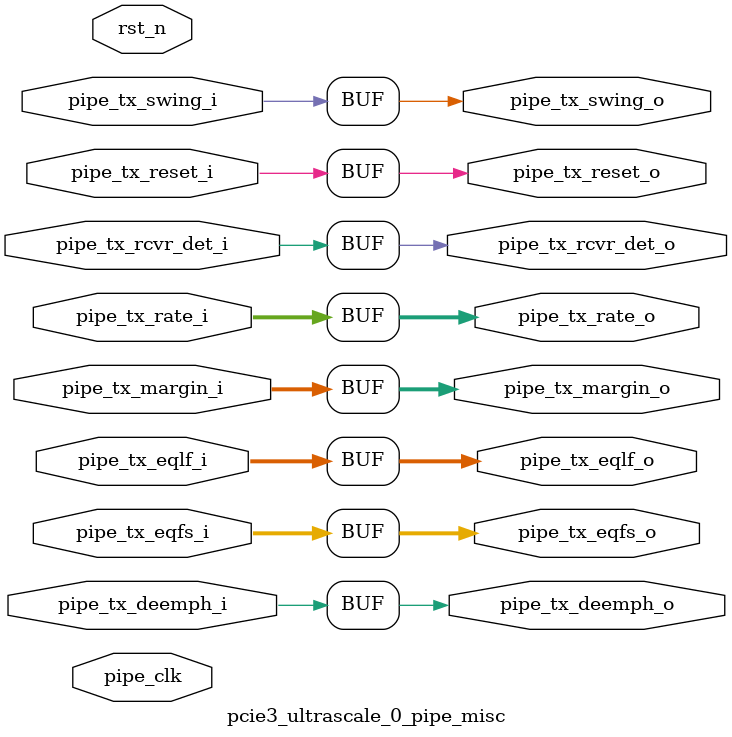
<source format=v>


`timescale 1ps/1ps

(* DowngradeIPIdentifiedWarnings = "yes" *)
module pcie3_ultrascale_0_pipe_misc 
 #(
  parameter TCQ = 100,
  parameter PIPE_PIPELINE_STAGES = 0
  ) (
  input  wire         pipe_tx_rcvr_det_i,
  input  wire         pipe_tx_reset_i,
  input  wire   [1:0] pipe_tx_rate_i,
  input  wire         pipe_tx_deemph_i,
  input  wire   [2:0] pipe_tx_margin_i,
  input  wire         pipe_tx_swing_i,
  input  wire   [5:0] pipe_tx_eqfs_i,
  input  wire   [5:0] pipe_tx_eqlf_i,
  output wire         pipe_tx_rcvr_det_o,
  output wire         pipe_tx_reset_o,
  output wire   [1:0] pipe_tx_rate_o,
  output wire         pipe_tx_deemph_o,
  output wire   [2:0] pipe_tx_margin_o,
  output wire         pipe_tx_swing_o,
  output wire   [5:0] pipe_tx_eqfs_o,
  output wire   [5:0] pipe_tx_eqlf_o,
  input  wire         pipe_clk,
  input  wire         rst_n
  );

  reg                 pipe_tx_rcvr_det_q;
  reg                 pipe_tx_reset_q;
  reg           [1:0] pipe_tx_rate_q;
  reg                 pipe_tx_deemph_q;
  reg           [2:0] pipe_tx_margin_q;
  reg                 pipe_tx_swing_q;
  reg           [5:0] pipe_tx_eqfs_q;
  reg           [5:0] pipe_tx_eqlf_q;
  reg                 pipe_tx_rcvr_det_qq;
  reg                 pipe_tx_reset_qq;
  reg           [1:0] pipe_tx_rate_qq;
  reg                 pipe_tx_deemph_qq;
  reg           [2:0] pipe_tx_margin_qq;
  reg                 pipe_tx_swing_qq;
  reg           [5:0] pipe_tx_eqfs_qq;
  reg           [5:0] pipe_tx_eqlf_qq;

  generate
    if (PIPE_PIPELINE_STAGES == 0)
    begin : pipe_stages_0
      assign pipe_tx_rcvr_det_o = pipe_tx_rcvr_det_i;
      assign pipe_tx_reset_o = pipe_tx_reset_i;
      assign pipe_tx_rate_o = pipe_tx_rate_i;
      assign pipe_tx_deemph_o = pipe_tx_deemph_i;
      assign pipe_tx_margin_o = pipe_tx_margin_i;
      assign pipe_tx_swing_o = pipe_tx_swing_i;
      assign pipe_tx_eqfs_o = pipe_tx_eqfs_i;
      assign pipe_tx_eqlf_o = pipe_tx_eqlf_i;
    end
    else if (PIPE_PIPELINE_STAGES == 1)
    begin : pipe_stages_1
      always @(posedge pipe_clk)
      begin
        if (!rst_n)
        begin
          pipe_tx_rcvr_det_q <= #TCQ 1'b0;
          pipe_tx_reset_q <= #TCQ 1'b1;
          pipe_tx_rate_q <= #TCQ 2'b0;
          pipe_tx_deemph_q <= #TCQ 1'b1;
          pipe_tx_margin_q <= #TCQ 3'b0;
          pipe_tx_swing_q <= #TCQ 1'b0;
          pipe_tx_eqfs_q <= #TCQ 5'b0;
          pipe_tx_eqlf_q <= #TCQ 5'b0;
        end
        else
        begin
          pipe_tx_rcvr_det_q <= #TCQ pipe_tx_rcvr_det_i;
          pipe_tx_reset_q <= #TCQ pipe_tx_reset_i;
          pipe_tx_rate_q <= #TCQ pipe_tx_rate_i;
          pipe_tx_deemph_q <= #TCQ pipe_tx_deemph_i;
          pipe_tx_margin_q <= #TCQ pipe_tx_margin_i;
          pipe_tx_swing_q <= #TCQ pipe_tx_swing_i;
          pipe_tx_eqfs_q <= #TCQ pipe_tx_eqfs_i;
          pipe_tx_eqlf_q <= #TCQ pipe_tx_eqlf_i;
        end
      end
      assign pipe_tx_rcvr_det_o = pipe_tx_rcvr_det_q;
      assign pipe_tx_reset_o = pipe_tx_reset_q;
      assign pipe_tx_rate_o = pipe_tx_rate_q;
      assign pipe_tx_deemph_o = pipe_tx_deemph_q;
      assign pipe_tx_margin_o = pipe_tx_margin_q;
      assign pipe_tx_swing_o = pipe_tx_swing_q;
      assign pipe_tx_eqfs_o = pipe_tx_eqfs_q;
      assign pipe_tx_eqlf_o = pipe_tx_eqlf_q;
    end
    else if (PIPE_PIPELINE_STAGES == 2)
    begin : pipe_stages_2
      always @(posedge pipe_clk)
      begin
        if (!rst_n)
        begin
          pipe_tx_rcvr_det_q <= #TCQ 1'b0;
          pipe_tx_reset_q <= #TCQ 1'b1;
          pipe_tx_rate_q <= #TCQ 2'b0;
          pipe_tx_deemph_q <= #TCQ 1'b1;
          pipe_tx_margin_q <= #TCQ 1'b0;
          pipe_tx_swing_q <= #TCQ 1'b0;
          pipe_tx_eqfs_q <= #TCQ 5'b0;
          pipe_tx_eqlf_q <= #TCQ 5'b0;
          pipe_tx_rcvr_det_qq <= #TCQ 1'b0;
          pipe_tx_reset_qq <= #TCQ 1'b1;
          pipe_tx_rate_qq <= #TCQ 2'b0;
          pipe_tx_deemph_qq <= #TCQ 1'b1;
          pipe_tx_margin_qq <= #TCQ 1'b0;
          pipe_tx_swing_qq <= #TCQ 1'b0;
          pipe_tx_eqfs_qq <= #TCQ 5'b0;
          pipe_tx_eqlf_qq <= #TCQ 5'b0;
        end
        else
        begin
          pipe_tx_rcvr_det_q <= #TCQ pipe_tx_rcvr_det_i;
          pipe_tx_reset_q <= #TCQ pipe_tx_reset_i;
          pipe_tx_rate_q <= #TCQ pipe_tx_rate_i;
          pipe_tx_deemph_q <= #TCQ pipe_tx_deemph_i;
          pipe_tx_margin_q <= #TCQ pipe_tx_margin_i;
          pipe_tx_swing_q <= #TCQ pipe_tx_swing_i;
          pipe_tx_eqfs_q <= #TCQ pipe_tx_eqfs_i;
          pipe_tx_eqlf_q <= #TCQ pipe_tx_eqlf_i;
          pipe_tx_rcvr_det_qq <= #TCQ pipe_tx_rcvr_det_q;
          pipe_tx_reset_qq <= #TCQ pipe_tx_reset_q;
          pipe_tx_rate_qq <= #TCQ pipe_tx_rate_q;
          pipe_tx_deemph_qq <= #TCQ pipe_tx_deemph_q;
          pipe_tx_margin_qq <= #TCQ pipe_tx_margin_q;
          pipe_tx_swing_qq <= #TCQ pipe_tx_swing_q;
          pipe_tx_eqfs_qq <= #TCQ pipe_tx_eqfs_q;
          pipe_tx_eqlf_qq <= #TCQ pipe_tx_eqlf_q;
        end
      end
      assign pipe_tx_rcvr_det_o = pipe_tx_rcvr_det_qq;
      assign pipe_tx_reset_o = pipe_tx_reset_qq;
      assign pipe_tx_rate_o = pipe_tx_rate_qq;
      assign pipe_tx_deemph_o = pipe_tx_deemph_qq;
      assign pipe_tx_margin_o = pipe_tx_margin_qq;
      assign pipe_tx_swing_o = pipe_tx_swing_qq;
      assign pipe_tx_eqfs_o = pipe_tx_eqfs_qq;
      assign pipe_tx_eqlf_o = pipe_tx_eqlf_qq;
    end
    else
    begin
      assign pipe_tx_rcvr_det_o = pipe_tx_rcvr_det_i;
      assign pipe_tx_reset_o = pipe_tx_reset_i;
      assign pipe_tx_rate_o = pipe_tx_rate_i;
      assign pipe_tx_deemph_o = pipe_tx_deemph_i;
      assign pipe_tx_margin_o = pipe_tx_margin_i;
      assign pipe_tx_swing_o = pipe_tx_swing_i;
      assign pipe_tx_eqfs_o = pipe_tx_eqfs_i;
      assign pipe_tx_eqlf_o = pipe_tx_eqlf_i;
    end
  endgenerate

endmodule

</source>
